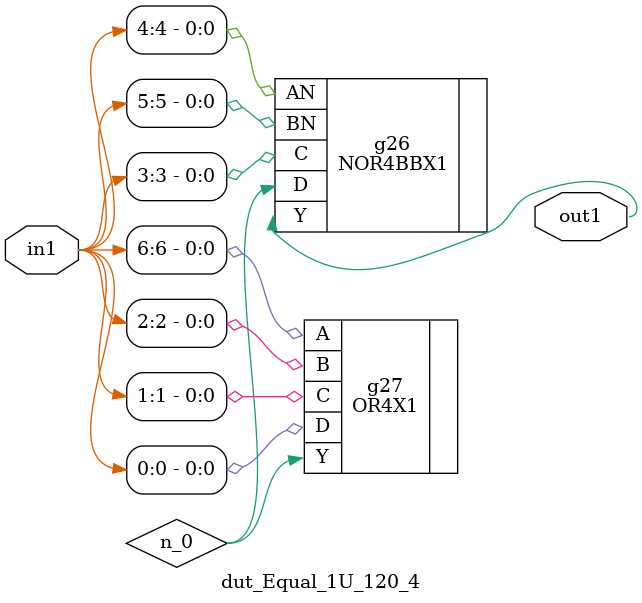
<source format=v>
`timescale 1ps / 1ps


module dut_Equal_1U_120_4(in1, out1);
  input [6:0] in1;
  output out1;
  wire [6:0] in1;
  wire out1;
  wire n_0;
  NOR4BBX1 g26(.AN (in1[4]), .BN (in1[5]), .C (in1[3]), .D (n_0), .Y
       (out1));
  OR4X1 g27(.A (in1[6]), .B (in1[2]), .C (in1[1]), .D (in1[0]), .Y
       (n_0));
endmodule



</source>
